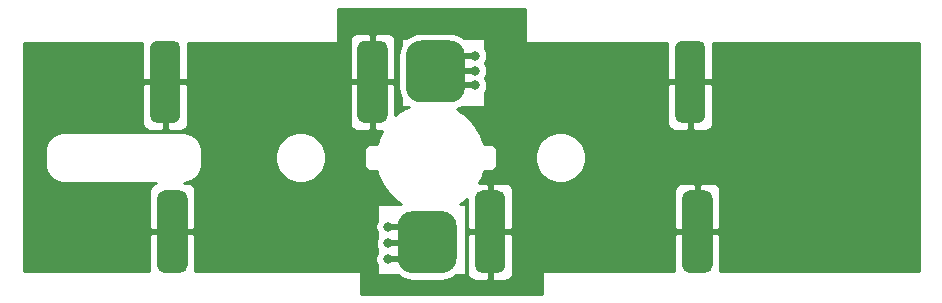
<source format=gtl>
%TF.GenerationSoftware,KiCad,Pcbnew,(5.1.9-0-10_14)*%
%TF.CreationDate,2022-02-18T16:19:17-06:00*%
%TF.ProjectId,OwlSat_Official_vent,4f776c53-6174-45f4-9f66-66696369616c,4*%
%TF.SameCoordinates,Original*%
%TF.FileFunction,Copper,L1,Top*%
%TF.FilePolarity,Positive*%
%FSLAX46Y46*%
G04 Gerber Fmt 4.6, Leading zero omitted, Abs format (unit mm)*
G04 Created by KiCad (PCBNEW (5.1.9-0-10_14)) date 2022-02-18 16:19:17*
%MOMM*%
%LPD*%
G01*
G04 APERTURE LIST*
%TA.AperFunction,ViaPad*%
%ADD10C,0.800000*%
%TD*%
%TA.AperFunction,Conductor*%
%ADD11C,0.500000*%
%TD*%
%TA.AperFunction,Conductor*%
%ADD12C,0.254000*%
%TD*%
%TA.AperFunction,Conductor*%
%ADD13C,0.100000*%
%TD*%
G04 APERTURE END LIST*
%TO.P,U1,4*%
%TO.N,Net-(U1-Pad1)*%
%TA.AperFunction,SMDPad,CuDef*%
G36*
G01*
X127450000Y-85660000D02*
X127450000Y-91360000D01*
G75*
G02*
X126800000Y-92010000I-650000J0D01*
G01*
X125500000Y-92010000D01*
G75*
G02*
X124850000Y-91360000I0J650000D01*
G01*
X124850000Y-85660000D01*
G75*
G02*
X125500000Y-85010000I650000J0D01*
G01*
X126800000Y-85010000D01*
G75*
G02*
X127450000Y-85660000I0J-650000D01*
G01*
G37*
%TD.AperFunction*%
%TO.P,U1,3*%
%TA.AperFunction,SMDPad,CuDef*%
G36*
G01*
X145000000Y-85660000D02*
X145000000Y-91360000D01*
G75*
G02*
X144350000Y-92010000I-650000J0D01*
G01*
X143050000Y-92010000D01*
G75*
G02*
X142400000Y-91360000I0J650000D01*
G01*
X142400000Y-85660000D01*
G75*
G02*
X143050000Y-85010000I650000J0D01*
G01*
X144350000Y-85010000D01*
G75*
G02*
X145000000Y-85660000I0J-650000D01*
G01*
G37*
%TD.AperFunction*%
%TO.P,U1,2*%
%TO.N,Net-(U1-Pad2)*%
%TA.AperFunction,SMDPad,CuDef*%
G36*
G01*
X151530000Y-86255000D02*
X151530000Y-89005000D01*
G75*
G02*
X150280000Y-90255000I-1250000J0D01*
G01*
X147780000Y-90255000D01*
G75*
G02*
X146530000Y-89005000I0J1250000D01*
G01*
X146530000Y-86255000D01*
G75*
G02*
X147780000Y-85005000I1250000J0D01*
G01*
X150280000Y-85005000D01*
G75*
G02*
X151530000Y-86255000I0J-1250000D01*
G01*
G37*
%TD.AperFunction*%
%TO.P,U1,1*%
%TO.N,Net-(U1-Pad1)*%
%TA.AperFunction,SMDPad,CuDef*%
G36*
G01*
X171900000Y-85660000D02*
X171900000Y-91360000D01*
G75*
G02*
X171250000Y-92010000I-650000J0D01*
G01*
X169950000Y-92010000D01*
G75*
G02*
X169300000Y-91360000I0J650000D01*
G01*
X169300000Y-85660000D01*
G75*
G02*
X169950000Y-85010000I650000J0D01*
G01*
X171250000Y-85010000D01*
G75*
G02*
X171900000Y-85660000I0J-650000D01*
G01*
G37*
%TD.AperFunction*%
%TD*%
%TO.P,U2,1*%
%TO.N,Net-(U1-Pad1)*%
%TA.AperFunction,SMDPad,CuDef*%
G36*
G01*
X125460000Y-104050000D02*
X125460000Y-98350000D01*
G75*
G02*
X126110000Y-97700000I650000J0D01*
G01*
X127410000Y-97700000D01*
G75*
G02*
X128060000Y-98350000I0J-650000D01*
G01*
X128060000Y-104050000D01*
G75*
G02*
X127410000Y-104700000I-650000J0D01*
G01*
X126110000Y-104700000D01*
G75*
G02*
X125460000Y-104050000I0J650000D01*
G01*
G37*
%TD.AperFunction*%
%TO.P,U2,2*%
%TO.N,Net-(U1-Pad2)*%
%TA.AperFunction,SMDPad,CuDef*%
G36*
G01*
X145830000Y-103455000D02*
X145830000Y-100705000D01*
G75*
G02*
X147080000Y-99455000I1250000J0D01*
G01*
X149580000Y-99455000D01*
G75*
G02*
X150830000Y-100705000I0J-1250000D01*
G01*
X150830000Y-103455000D01*
G75*
G02*
X149580000Y-104705000I-1250000J0D01*
G01*
X147080000Y-104705000D01*
G75*
G02*
X145830000Y-103455000I0J1250000D01*
G01*
G37*
%TD.AperFunction*%
%TO.P,U2,3*%
%TO.N,Net-(U1-Pad1)*%
%TA.AperFunction,SMDPad,CuDef*%
G36*
G01*
X152360000Y-104050000D02*
X152360000Y-98350000D01*
G75*
G02*
X153010000Y-97700000I650000J0D01*
G01*
X154310000Y-97700000D01*
G75*
G02*
X154960000Y-98350000I0J-650000D01*
G01*
X154960000Y-104050000D01*
G75*
G02*
X154310000Y-104700000I-650000J0D01*
G01*
X153010000Y-104700000D01*
G75*
G02*
X152360000Y-104050000I0J650000D01*
G01*
G37*
%TD.AperFunction*%
%TO.P,U2,4*%
%TA.AperFunction,SMDPad,CuDef*%
G36*
G01*
X169910000Y-104050000D02*
X169910000Y-98350000D01*
G75*
G02*
X170560000Y-97700000I650000J0D01*
G01*
X171860000Y-97700000D01*
G75*
G02*
X172510000Y-98350000I0J-650000D01*
G01*
X172510000Y-104050000D01*
G75*
G02*
X171860000Y-104700000I-650000J0D01*
G01*
X170560000Y-104700000D01*
G75*
G02*
X169910000Y-104050000I0J650000D01*
G01*
G37*
%TD.AperFunction*%
%TD*%
D10*
%TO.N,Net-(U1-Pad1)*%
X184010000Y-92980000D03*
X184020000Y-94230000D03*
%TO.N,Net-(U1-Pad2)*%
X152390000Y-88800000D03*
X152400000Y-87560000D03*
X152400000Y-86290000D03*
X144990000Y-100780000D03*
X145010000Y-102160000D03*
X144980000Y-103510000D03*
%TD*%
D11*
%TO.N,Net-(U1-Pad2)*%
X147030000Y-100780000D02*
X148330000Y-102080000D01*
X144990000Y-100780000D02*
X147030000Y-100780000D01*
X148250000Y-102160000D02*
X148330000Y-102080000D01*
X145010000Y-102160000D02*
X148250000Y-102160000D01*
X146900000Y-103510000D02*
X148330000Y-102080000D01*
X144980000Y-103510000D02*
X146900000Y-103510000D01*
X150370000Y-86290000D02*
X149030000Y-87630000D01*
X152400000Y-86290000D02*
X150370000Y-86290000D01*
X149100000Y-87560000D02*
X149030000Y-87630000D01*
X152400000Y-87560000D02*
X149100000Y-87560000D01*
X150200000Y-88800000D02*
X149030000Y-87630000D01*
X152390000Y-88800000D02*
X150200000Y-88800000D01*
%TD*%
D12*
%TO.N,Net-(U1-Pad1)*%
X189950001Y-104513000D02*
X173147893Y-104513000D01*
X173145000Y-101485750D01*
X172986250Y-101327000D01*
X171337000Y-101327000D01*
X171337000Y-101347000D01*
X171083000Y-101347000D01*
X171083000Y-101327000D01*
X169433750Y-101327000D01*
X169275000Y-101485750D01*
X169272107Y-104513000D01*
X155597893Y-104513000D01*
X155595000Y-101485750D01*
X155436250Y-101327000D01*
X153787000Y-101327000D01*
X153787000Y-101347000D01*
X153533000Y-101347000D01*
X153533000Y-101327000D01*
X151883750Y-101327000D01*
X151725000Y-101485750D01*
X151722107Y-104513000D01*
X151627000Y-104513000D01*
X151627000Y-99000000D01*
X151624560Y-98975224D01*
X151617333Y-98951399D01*
X151605597Y-98929443D01*
X151589803Y-98910197D01*
X151570557Y-98894403D01*
X151548601Y-98882667D01*
X151524776Y-98875440D01*
X151500000Y-98873000D01*
X151084429Y-98873000D01*
X151450338Y-98640115D01*
X151497414Y-98603236D01*
X151545028Y-98566997D01*
X151551738Y-98560680D01*
X151722595Y-98397549D01*
X151725000Y-100914250D01*
X151883750Y-101073000D01*
X153533000Y-101073000D01*
X153533000Y-97223750D01*
X153787000Y-97223750D01*
X153787000Y-101073000D01*
X155436250Y-101073000D01*
X155595000Y-100914250D01*
X155598072Y-97700000D01*
X169271928Y-97700000D01*
X169275000Y-100914250D01*
X169433750Y-101073000D01*
X171083000Y-101073000D01*
X171083000Y-97223750D01*
X171337000Y-97223750D01*
X171337000Y-101073000D01*
X172986250Y-101073000D01*
X173145000Y-100914250D01*
X173148072Y-97700000D01*
X173135812Y-97575518D01*
X173099502Y-97455820D01*
X173040537Y-97345506D01*
X172961185Y-97248815D01*
X172864494Y-97169463D01*
X172754180Y-97110498D01*
X172634482Y-97074188D01*
X172510000Y-97061928D01*
X171495750Y-97065000D01*
X171337000Y-97223750D01*
X171083000Y-97223750D01*
X170924250Y-97065000D01*
X169910000Y-97061928D01*
X169785518Y-97074188D01*
X169665820Y-97110498D01*
X169555506Y-97169463D01*
X169458815Y-97248815D01*
X169379463Y-97345506D01*
X169320498Y-97455820D01*
X169284188Y-97575518D01*
X169271928Y-97700000D01*
X155598072Y-97700000D01*
X155585812Y-97575518D01*
X155549502Y-97455820D01*
X155490537Y-97345506D01*
X155411185Y-97248815D01*
X155314494Y-97169463D01*
X155204180Y-97110498D01*
X155084482Y-97074188D01*
X154960000Y-97061928D01*
X153945750Y-97065000D01*
X153787000Y-97223750D01*
X153533000Y-97223750D01*
X153374250Y-97065000D01*
X152765773Y-97063157D01*
X153039993Y-96445073D01*
X153058797Y-96388296D01*
X153078399Y-96331771D01*
X153080491Y-96322796D01*
X153137577Y-96070000D01*
X153577581Y-96070000D01*
X153610000Y-96073193D01*
X153642419Y-96070000D01*
X153739383Y-96060450D01*
X153863793Y-96022710D01*
X153978450Y-95961425D01*
X154078948Y-95878948D01*
X154161425Y-95778450D01*
X154222710Y-95663793D01*
X154260450Y-95539383D01*
X154273193Y-95410000D01*
X154270000Y-95377581D01*
X154270000Y-94696323D01*
X157440497Y-94696323D01*
X157440497Y-95123677D01*
X157523870Y-95542821D01*
X157687412Y-95937645D01*
X157924837Y-96292977D01*
X158227023Y-96595163D01*
X158582355Y-96832588D01*
X158977179Y-96996130D01*
X159396323Y-97079503D01*
X159823677Y-97079503D01*
X160242821Y-96996130D01*
X160637645Y-96832588D01*
X160992977Y-96595163D01*
X161295163Y-96292977D01*
X161532588Y-95937645D01*
X161696130Y-95542821D01*
X161779503Y-95123677D01*
X161779503Y-94696323D01*
X161696130Y-94277179D01*
X161532588Y-93882355D01*
X161295163Y-93527023D01*
X160992977Y-93224837D01*
X160637645Y-92987412D01*
X160242821Y-92823870D01*
X159823677Y-92740497D01*
X159396323Y-92740497D01*
X158977179Y-92823870D01*
X158582355Y-92987412D01*
X158227023Y-93224837D01*
X157924837Y-93527023D01*
X157687412Y-93882355D01*
X157523870Y-94277179D01*
X157440497Y-94696323D01*
X154270000Y-94696323D01*
X154270000Y-94442419D01*
X154273193Y-94410000D01*
X154260450Y-94280617D01*
X154222710Y-94156207D01*
X154161425Y-94041550D01*
X154078948Y-93941052D01*
X153978450Y-93858575D01*
X153863793Y-93797290D01*
X153739383Y-93759550D01*
X153642419Y-93750000D01*
X153610000Y-93746807D01*
X153577581Y-93750000D01*
X153148282Y-93750000D01*
X153133971Y-93680282D01*
X153118431Y-93630081D01*
X153104706Y-93579334D01*
X153101383Y-93570738D01*
X152812519Y-92838686D01*
X152785230Y-92785438D01*
X152758701Y-92731839D01*
X152753772Y-92724053D01*
X152328219Y-92062051D01*
X152291129Y-92015144D01*
X152287178Y-92010000D01*
X168661928Y-92010000D01*
X168674188Y-92134482D01*
X168710498Y-92254180D01*
X168769463Y-92364494D01*
X168848815Y-92461185D01*
X168945506Y-92540537D01*
X169055820Y-92599502D01*
X169175518Y-92635812D01*
X169300000Y-92648072D01*
X170314250Y-92645000D01*
X170473000Y-92486250D01*
X170473000Y-88637000D01*
X170727000Y-88637000D01*
X170727000Y-92486250D01*
X170885750Y-92645000D01*
X171900000Y-92648072D01*
X172024482Y-92635812D01*
X172144180Y-92599502D01*
X172254494Y-92540537D01*
X172351185Y-92461185D01*
X172430537Y-92364494D01*
X172489502Y-92254180D01*
X172525812Y-92134482D01*
X172538072Y-92010000D01*
X172535000Y-88795750D01*
X172376250Y-88637000D01*
X170727000Y-88637000D01*
X170473000Y-88637000D01*
X168823750Y-88637000D01*
X168665000Y-88795750D01*
X168661928Y-92010000D01*
X152287178Y-92010000D01*
X152254674Y-91967693D01*
X152248327Y-91961012D01*
X151702296Y-91394274D01*
X151656769Y-91355438D01*
X151611822Y-91315997D01*
X151604298Y-91310677D01*
X150958586Y-90860791D01*
X150906413Y-90831553D01*
X150854632Y-90801578D01*
X150846217Y-90797820D01*
X150844800Y-90797199D01*
X151002534Y-90749351D01*
X151250145Y-90617000D01*
X153140000Y-90617000D01*
X153164776Y-90614560D01*
X153188601Y-90607333D01*
X153210557Y-90595597D01*
X153229803Y-90579803D01*
X153245597Y-90560557D01*
X153257333Y-90538601D01*
X153264560Y-90514776D01*
X153267000Y-90490000D01*
X153267000Y-89350427D01*
X153307205Y-89290256D01*
X153385226Y-89101898D01*
X153425000Y-88901939D01*
X153425000Y-88698061D01*
X153385226Y-88498102D01*
X153307205Y-88309744D01*
X153267000Y-88249573D01*
X153267000Y-88125393D01*
X153317205Y-88050256D01*
X153395226Y-87861898D01*
X153435000Y-87661939D01*
X153435000Y-87458061D01*
X153395226Y-87258102D01*
X153317205Y-87069744D01*
X153267000Y-86994607D01*
X153267000Y-86855393D01*
X153317205Y-86780256D01*
X153395226Y-86591898D01*
X153435000Y-86391939D01*
X153435000Y-86188061D01*
X153395226Y-85988102D01*
X153317205Y-85799744D01*
X153267000Y-85724607D01*
X153267000Y-85191877D01*
X168662100Y-85189865D01*
X168665000Y-88224250D01*
X168823750Y-88383000D01*
X170473000Y-88383000D01*
X170473000Y-88363000D01*
X170727000Y-88363000D01*
X170727000Y-88383000D01*
X172376250Y-88383000D01*
X172535000Y-88224250D01*
X172537901Y-85189358D01*
X189950000Y-85187083D01*
X189950001Y-104513000D01*
%TA.AperFunction,Conductor*%
D13*
G36*
X189950001Y-104513000D02*
G01*
X173147893Y-104513000D01*
X173145000Y-101485750D01*
X172986250Y-101327000D01*
X171337000Y-101327000D01*
X171337000Y-101347000D01*
X171083000Y-101347000D01*
X171083000Y-101327000D01*
X169433750Y-101327000D01*
X169275000Y-101485750D01*
X169272107Y-104513000D01*
X155597893Y-104513000D01*
X155595000Y-101485750D01*
X155436250Y-101327000D01*
X153787000Y-101327000D01*
X153787000Y-101347000D01*
X153533000Y-101347000D01*
X153533000Y-101327000D01*
X151883750Y-101327000D01*
X151725000Y-101485750D01*
X151722107Y-104513000D01*
X151627000Y-104513000D01*
X151627000Y-99000000D01*
X151624560Y-98975224D01*
X151617333Y-98951399D01*
X151605597Y-98929443D01*
X151589803Y-98910197D01*
X151570557Y-98894403D01*
X151548601Y-98882667D01*
X151524776Y-98875440D01*
X151500000Y-98873000D01*
X151084429Y-98873000D01*
X151450338Y-98640115D01*
X151497414Y-98603236D01*
X151545028Y-98566997D01*
X151551738Y-98560680D01*
X151722595Y-98397549D01*
X151725000Y-100914250D01*
X151883750Y-101073000D01*
X153533000Y-101073000D01*
X153533000Y-97223750D01*
X153787000Y-97223750D01*
X153787000Y-101073000D01*
X155436250Y-101073000D01*
X155595000Y-100914250D01*
X155598072Y-97700000D01*
X169271928Y-97700000D01*
X169275000Y-100914250D01*
X169433750Y-101073000D01*
X171083000Y-101073000D01*
X171083000Y-97223750D01*
X171337000Y-97223750D01*
X171337000Y-101073000D01*
X172986250Y-101073000D01*
X173145000Y-100914250D01*
X173148072Y-97700000D01*
X173135812Y-97575518D01*
X173099502Y-97455820D01*
X173040537Y-97345506D01*
X172961185Y-97248815D01*
X172864494Y-97169463D01*
X172754180Y-97110498D01*
X172634482Y-97074188D01*
X172510000Y-97061928D01*
X171495750Y-97065000D01*
X171337000Y-97223750D01*
X171083000Y-97223750D01*
X170924250Y-97065000D01*
X169910000Y-97061928D01*
X169785518Y-97074188D01*
X169665820Y-97110498D01*
X169555506Y-97169463D01*
X169458815Y-97248815D01*
X169379463Y-97345506D01*
X169320498Y-97455820D01*
X169284188Y-97575518D01*
X169271928Y-97700000D01*
X155598072Y-97700000D01*
X155585812Y-97575518D01*
X155549502Y-97455820D01*
X155490537Y-97345506D01*
X155411185Y-97248815D01*
X155314494Y-97169463D01*
X155204180Y-97110498D01*
X155084482Y-97074188D01*
X154960000Y-97061928D01*
X153945750Y-97065000D01*
X153787000Y-97223750D01*
X153533000Y-97223750D01*
X153374250Y-97065000D01*
X152765773Y-97063157D01*
X153039993Y-96445073D01*
X153058797Y-96388296D01*
X153078399Y-96331771D01*
X153080491Y-96322796D01*
X153137577Y-96070000D01*
X153577581Y-96070000D01*
X153610000Y-96073193D01*
X153642419Y-96070000D01*
X153739383Y-96060450D01*
X153863793Y-96022710D01*
X153978450Y-95961425D01*
X154078948Y-95878948D01*
X154161425Y-95778450D01*
X154222710Y-95663793D01*
X154260450Y-95539383D01*
X154273193Y-95410000D01*
X154270000Y-95377581D01*
X154270000Y-94696323D01*
X157440497Y-94696323D01*
X157440497Y-95123677D01*
X157523870Y-95542821D01*
X157687412Y-95937645D01*
X157924837Y-96292977D01*
X158227023Y-96595163D01*
X158582355Y-96832588D01*
X158977179Y-96996130D01*
X159396323Y-97079503D01*
X159823677Y-97079503D01*
X160242821Y-96996130D01*
X160637645Y-96832588D01*
X160992977Y-96595163D01*
X161295163Y-96292977D01*
X161532588Y-95937645D01*
X161696130Y-95542821D01*
X161779503Y-95123677D01*
X161779503Y-94696323D01*
X161696130Y-94277179D01*
X161532588Y-93882355D01*
X161295163Y-93527023D01*
X160992977Y-93224837D01*
X160637645Y-92987412D01*
X160242821Y-92823870D01*
X159823677Y-92740497D01*
X159396323Y-92740497D01*
X158977179Y-92823870D01*
X158582355Y-92987412D01*
X158227023Y-93224837D01*
X157924837Y-93527023D01*
X157687412Y-93882355D01*
X157523870Y-94277179D01*
X157440497Y-94696323D01*
X154270000Y-94696323D01*
X154270000Y-94442419D01*
X154273193Y-94410000D01*
X154260450Y-94280617D01*
X154222710Y-94156207D01*
X154161425Y-94041550D01*
X154078948Y-93941052D01*
X153978450Y-93858575D01*
X153863793Y-93797290D01*
X153739383Y-93759550D01*
X153642419Y-93750000D01*
X153610000Y-93746807D01*
X153577581Y-93750000D01*
X153148282Y-93750000D01*
X153133971Y-93680282D01*
X153118431Y-93630081D01*
X153104706Y-93579334D01*
X153101383Y-93570738D01*
X152812519Y-92838686D01*
X152785230Y-92785438D01*
X152758701Y-92731839D01*
X152753772Y-92724053D01*
X152328219Y-92062051D01*
X152291129Y-92015144D01*
X152287178Y-92010000D01*
X168661928Y-92010000D01*
X168674188Y-92134482D01*
X168710498Y-92254180D01*
X168769463Y-92364494D01*
X168848815Y-92461185D01*
X168945506Y-92540537D01*
X169055820Y-92599502D01*
X169175518Y-92635812D01*
X169300000Y-92648072D01*
X170314250Y-92645000D01*
X170473000Y-92486250D01*
X170473000Y-88637000D01*
X170727000Y-88637000D01*
X170727000Y-92486250D01*
X170885750Y-92645000D01*
X171900000Y-92648072D01*
X172024482Y-92635812D01*
X172144180Y-92599502D01*
X172254494Y-92540537D01*
X172351185Y-92461185D01*
X172430537Y-92364494D01*
X172489502Y-92254180D01*
X172525812Y-92134482D01*
X172538072Y-92010000D01*
X172535000Y-88795750D01*
X172376250Y-88637000D01*
X170727000Y-88637000D01*
X170473000Y-88637000D01*
X168823750Y-88637000D01*
X168665000Y-88795750D01*
X168661928Y-92010000D01*
X152287178Y-92010000D01*
X152254674Y-91967693D01*
X152248327Y-91961012D01*
X151702296Y-91394274D01*
X151656769Y-91355438D01*
X151611822Y-91315997D01*
X151604298Y-91310677D01*
X150958586Y-90860791D01*
X150906413Y-90831553D01*
X150854632Y-90801578D01*
X150846217Y-90797820D01*
X150844800Y-90797199D01*
X151002534Y-90749351D01*
X151250145Y-90617000D01*
X153140000Y-90617000D01*
X153164776Y-90614560D01*
X153188601Y-90607333D01*
X153210557Y-90595597D01*
X153229803Y-90579803D01*
X153245597Y-90560557D01*
X153257333Y-90538601D01*
X153264560Y-90514776D01*
X153267000Y-90490000D01*
X153267000Y-89350427D01*
X153307205Y-89290256D01*
X153385226Y-89101898D01*
X153425000Y-88901939D01*
X153425000Y-88698061D01*
X153385226Y-88498102D01*
X153307205Y-88309744D01*
X153267000Y-88249573D01*
X153267000Y-88125393D01*
X153317205Y-88050256D01*
X153395226Y-87861898D01*
X153435000Y-87661939D01*
X153435000Y-87458061D01*
X153395226Y-87258102D01*
X153317205Y-87069744D01*
X153267000Y-86994607D01*
X153267000Y-86855393D01*
X153317205Y-86780256D01*
X153395226Y-86591898D01*
X153435000Y-86391939D01*
X153435000Y-86188061D01*
X153395226Y-85988102D01*
X153317205Y-85799744D01*
X153267000Y-85724607D01*
X153267000Y-85191877D01*
X168662100Y-85189865D01*
X168665000Y-88224250D01*
X168823750Y-88383000D01*
X170473000Y-88383000D01*
X170473000Y-88363000D01*
X170727000Y-88363000D01*
X170727000Y-88383000D01*
X172376250Y-88383000D01*
X172535000Y-88224250D01*
X172537901Y-85189358D01*
X189950000Y-85187083D01*
X189950001Y-104513000D01*
G37*
%TD.AperFunction*%
D12*
X146083000Y-85443879D02*
X146035649Y-85532466D01*
X145928207Y-85886655D01*
X145891928Y-86255000D01*
X145891928Y-89005000D01*
X145928207Y-89373345D01*
X146035649Y-89727534D01*
X146083000Y-89816121D01*
X146083000Y-90490000D01*
X146085440Y-90514776D01*
X146092667Y-90538601D01*
X146104403Y-90560557D01*
X146120197Y-90579803D01*
X146139443Y-90595597D01*
X146161399Y-90607333D01*
X146185224Y-90614560D01*
X146210000Y-90617000D01*
X146780697Y-90617000D01*
X146558076Y-90703054D01*
X146504675Y-90729951D01*
X146450857Y-90756123D01*
X146443036Y-90760998D01*
X145778079Y-91181918D01*
X145730892Y-91218697D01*
X145683209Y-91254804D01*
X145676484Y-91261105D01*
X145637392Y-91298246D01*
X145635000Y-88795750D01*
X145476250Y-88637000D01*
X143827000Y-88637000D01*
X143827000Y-92486250D01*
X143985750Y-92645000D01*
X144507402Y-92646580D01*
X144507349Y-92646670D01*
X144503533Y-92655058D01*
X144182610Y-93373634D01*
X144163665Y-93430368D01*
X144143925Y-93486842D01*
X144141810Y-93495812D01*
X144083752Y-93750000D01*
X143642428Y-93750001D01*
X143610000Y-93746807D01*
X143480617Y-93759550D01*
X143356207Y-93797290D01*
X143241550Y-93858575D01*
X143141052Y-93941052D01*
X143058575Y-94041551D01*
X142997290Y-94156208D01*
X142959550Y-94280618D01*
X142950000Y-94377582D01*
X142950000Y-94377588D01*
X142946808Y-94410000D01*
X142950000Y-94442410D01*
X142950001Y-95377571D01*
X142946807Y-95410000D01*
X142959550Y-95539383D01*
X142997290Y-95663793D01*
X143058575Y-95778450D01*
X143141052Y-95878948D01*
X143241550Y-95961425D01*
X143356207Y-96022710D01*
X143480617Y-96060450D01*
X143577581Y-96070000D01*
X143610000Y-96073193D01*
X143642419Y-96070000D01*
X144071717Y-96070000D01*
X144089968Y-96158910D01*
X144105750Y-96209891D01*
X144119810Y-96261377D01*
X144123154Y-96269964D01*
X144413729Y-97001075D01*
X144441126Y-97054213D01*
X144467809Y-97107789D01*
X144472757Y-97115563D01*
X144899804Y-97776310D01*
X144937019Y-97823138D01*
X144973583Y-97870489D01*
X144979947Y-97877154D01*
X145527201Y-98442370D01*
X145572822Y-98481093D01*
X145617866Y-98520423D01*
X145625403Y-98525725D01*
X146126464Y-98873000D01*
X144190000Y-98873000D01*
X144165224Y-98875440D01*
X144141399Y-98882667D01*
X144119443Y-98894403D01*
X144100197Y-98910197D01*
X144084403Y-98929443D01*
X144072667Y-98951399D01*
X144065440Y-98975224D01*
X144063000Y-99000000D01*
X144063000Y-100313391D01*
X143994774Y-100478102D01*
X143955000Y-100678061D01*
X143955000Y-100881939D01*
X143994774Y-101081898D01*
X144063000Y-101246609D01*
X144063000Y-101741675D01*
X144014774Y-101858102D01*
X143975000Y-102058061D01*
X143975000Y-102261939D01*
X144014774Y-102461898D01*
X144063000Y-102578325D01*
X144063000Y-103019437D01*
X144062795Y-103019744D01*
X143984774Y-103208102D01*
X143945000Y-103408061D01*
X143945000Y-103611939D01*
X143984774Y-103811898D01*
X144062795Y-104000256D01*
X144063000Y-104000563D01*
X144063000Y-104513000D01*
X128697893Y-104513000D01*
X128695000Y-101485750D01*
X128536250Y-101327000D01*
X126887000Y-101327000D01*
X126887000Y-101347000D01*
X126633000Y-101347000D01*
X126633000Y-101327000D01*
X124983750Y-101327000D01*
X124825000Y-101485750D01*
X124822107Y-104513000D01*
X114197000Y-104513000D01*
X114197000Y-95442418D01*
X115950000Y-95442418D01*
X115952783Y-95470673D01*
X115952740Y-95476801D01*
X115953640Y-95485972D01*
X115974041Y-95680069D01*
X115986068Y-95738658D01*
X115997277Y-95797423D01*
X115999941Y-95806245D01*
X116057653Y-95992683D01*
X116080838Y-96047838D01*
X116103242Y-96103291D01*
X116107568Y-96111427D01*
X116200393Y-96283104D01*
X116233846Y-96332699D01*
X116266600Y-96382753D01*
X116272424Y-96389894D01*
X116396828Y-96540272D01*
X116439263Y-96582411D01*
X116481126Y-96625161D01*
X116488227Y-96631034D01*
X116639469Y-96754384D01*
X116689277Y-96787477D01*
X116738651Y-96821284D01*
X116746757Y-96825667D01*
X116919080Y-96917292D01*
X116974392Y-96940090D01*
X117029366Y-96963652D01*
X117038169Y-96966377D01*
X117225006Y-97022786D01*
X117283686Y-97034405D01*
X117342196Y-97046842D01*
X117351361Y-97047805D01*
X117545594Y-97066850D01*
X117545598Y-97066850D01*
X117577581Y-97070000D01*
X125378041Y-97070000D01*
X125335518Y-97074188D01*
X125215820Y-97110498D01*
X125105506Y-97169463D01*
X125008815Y-97248815D01*
X124929463Y-97345506D01*
X124870498Y-97455820D01*
X124834188Y-97575518D01*
X124821928Y-97700000D01*
X124825000Y-100914250D01*
X124983750Y-101073000D01*
X126633000Y-101073000D01*
X126633000Y-101053000D01*
X126887000Y-101053000D01*
X126887000Y-101073000D01*
X128536250Y-101073000D01*
X128695000Y-100914250D01*
X128698072Y-97700000D01*
X128685812Y-97575518D01*
X128649502Y-97455820D01*
X128590537Y-97345506D01*
X128511185Y-97248815D01*
X128414494Y-97169463D01*
X128304180Y-97110498D01*
X128184482Y-97074188D01*
X128060000Y-97061928D01*
X127718292Y-97062963D01*
X127880069Y-97045959D01*
X127938658Y-97033932D01*
X127997423Y-97022723D01*
X128006245Y-97020059D01*
X128192683Y-96962347D01*
X128247838Y-96939162D01*
X128303291Y-96916758D01*
X128311427Y-96912432D01*
X128483104Y-96819607D01*
X128532699Y-96786154D01*
X128582753Y-96753400D01*
X128589894Y-96747576D01*
X128740272Y-96623172D01*
X128782411Y-96580737D01*
X128825161Y-96538874D01*
X128831034Y-96531773D01*
X128954384Y-96380531D01*
X128987477Y-96330723D01*
X129021284Y-96281349D01*
X129025667Y-96273243D01*
X129117292Y-96100920D01*
X129140090Y-96045608D01*
X129163652Y-95990634D01*
X129166377Y-95981831D01*
X129222786Y-95794994D01*
X129234405Y-95736314D01*
X129246842Y-95677804D01*
X129247805Y-95668639D01*
X129266850Y-95474406D01*
X129266850Y-95474402D01*
X129270000Y-95442419D01*
X129270000Y-94696323D01*
X135440497Y-94696323D01*
X135440497Y-95123677D01*
X135523870Y-95542821D01*
X135687412Y-95937645D01*
X135924837Y-96292977D01*
X136227023Y-96595163D01*
X136582355Y-96832588D01*
X136977179Y-96996130D01*
X137396323Y-97079503D01*
X137823677Y-97079503D01*
X138242821Y-96996130D01*
X138637645Y-96832588D01*
X138992977Y-96595163D01*
X139295163Y-96292977D01*
X139532588Y-95937645D01*
X139696130Y-95542821D01*
X139779503Y-95123677D01*
X139779503Y-94696323D01*
X139696130Y-94277179D01*
X139532588Y-93882355D01*
X139295163Y-93527023D01*
X138992977Y-93224837D01*
X138637645Y-92987412D01*
X138242821Y-92823870D01*
X137823677Y-92740497D01*
X137396323Y-92740497D01*
X136977179Y-92823870D01*
X136582355Y-92987412D01*
X136227023Y-93224837D01*
X135924837Y-93527023D01*
X135687412Y-93882355D01*
X135523870Y-94277179D01*
X135440497Y-94696323D01*
X129270000Y-94696323D01*
X129270000Y-94377581D01*
X129267217Y-94349326D01*
X129267260Y-94343199D01*
X129266360Y-94334028D01*
X129245959Y-94139931D01*
X129233934Y-94081348D01*
X129222723Y-94022577D01*
X129220059Y-94013755D01*
X129162347Y-93827317D01*
X129139162Y-93772162D01*
X129116758Y-93716709D01*
X129112432Y-93708573D01*
X129019607Y-93536896D01*
X128986139Y-93487278D01*
X128953400Y-93437247D01*
X128947576Y-93430106D01*
X128823172Y-93279728D01*
X128780737Y-93237589D01*
X128738874Y-93194839D01*
X128731773Y-93188966D01*
X128580531Y-93065616D01*
X128530738Y-93032534D01*
X128481349Y-92998716D01*
X128473243Y-92994333D01*
X128300921Y-92902708D01*
X128245606Y-92879909D01*
X128190634Y-92856348D01*
X128181831Y-92853623D01*
X127994995Y-92797214D01*
X127936307Y-92785594D01*
X127877804Y-92773158D01*
X127868639Y-92772195D01*
X127674405Y-92753150D01*
X127674402Y-92753150D01*
X127642419Y-92750000D01*
X117577581Y-92750000D01*
X117549326Y-92752783D01*
X117543199Y-92752740D01*
X117534028Y-92753640D01*
X117339931Y-92774041D01*
X117281348Y-92786066D01*
X117222577Y-92797277D01*
X117213755Y-92799941D01*
X117027317Y-92857653D01*
X116972162Y-92880838D01*
X116916709Y-92903242D01*
X116908573Y-92907568D01*
X116736896Y-93000393D01*
X116687278Y-93033861D01*
X116637247Y-93066600D01*
X116630106Y-93072424D01*
X116479728Y-93196828D01*
X116437589Y-93239263D01*
X116394839Y-93281126D01*
X116388966Y-93288227D01*
X116265616Y-93439469D01*
X116232534Y-93489262D01*
X116198716Y-93538651D01*
X116194333Y-93546757D01*
X116102708Y-93719079D01*
X116079909Y-93774394D01*
X116056348Y-93829366D01*
X116053623Y-93838169D01*
X115997214Y-94025005D01*
X115985594Y-94083693D01*
X115973158Y-94142196D01*
X115972195Y-94151361D01*
X115953150Y-94345595D01*
X115953150Y-94345608D01*
X115950001Y-94377581D01*
X115950000Y-95442418D01*
X114197000Y-95442418D01*
X114197000Y-92010000D01*
X124211928Y-92010000D01*
X124224188Y-92134482D01*
X124260498Y-92254180D01*
X124319463Y-92364494D01*
X124398815Y-92461185D01*
X124495506Y-92540537D01*
X124605820Y-92599502D01*
X124725518Y-92635812D01*
X124850000Y-92648072D01*
X125864250Y-92645000D01*
X126023000Y-92486250D01*
X126023000Y-88637000D01*
X126277000Y-88637000D01*
X126277000Y-92486250D01*
X126435750Y-92645000D01*
X127450000Y-92648072D01*
X127574482Y-92635812D01*
X127694180Y-92599502D01*
X127804494Y-92540537D01*
X127901185Y-92461185D01*
X127980537Y-92364494D01*
X128039502Y-92254180D01*
X128075812Y-92134482D01*
X128088072Y-92010000D01*
X141761928Y-92010000D01*
X141774188Y-92134482D01*
X141810498Y-92254180D01*
X141869463Y-92364494D01*
X141948815Y-92461185D01*
X142045506Y-92540537D01*
X142155820Y-92599502D01*
X142275518Y-92635812D01*
X142400000Y-92648072D01*
X143414250Y-92645000D01*
X143573000Y-92486250D01*
X143573000Y-88637000D01*
X141923750Y-88637000D01*
X141765000Y-88795750D01*
X141761928Y-92010000D01*
X128088072Y-92010000D01*
X128085000Y-88795750D01*
X127926250Y-88637000D01*
X126277000Y-88637000D01*
X126023000Y-88637000D01*
X124373750Y-88637000D01*
X124215000Y-88795750D01*
X124211928Y-92010000D01*
X114197000Y-92010000D01*
X114197000Y-85196983D01*
X124212105Y-85195674D01*
X124215000Y-88224250D01*
X124373750Y-88383000D01*
X126023000Y-88383000D01*
X126023000Y-88363000D01*
X126277000Y-88363000D01*
X126277000Y-88383000D01*
X127926250Y-88383000D01*
X128085000Y-88224250D01*
X128087895Y-85195168D01*
X141762103Y-85193380D01*
X141765000Y-88224250D01*
X141923750Y-88383000D01*
X143573000Y-88383000D01*
X143573000Y-88363000D01*
X143827000Y-88363000D01*
X143827000Y-88383000D01*
X145476250Y-88383000D01*
X145635000Y-88224250D01*
X145637897Y-85192874D01*
X146083000Y-85192816D01*
X146083000Y-85443879D01*
%TA.AperFunction,Conductor*%
D13*
G36*
X146083000Y-85443879D02*
G01*
X146035649Y-85532466D01*
X145928207Y-85886655D01*
X145891928Y-86255000D01*
X145891928Y-89005000D01*
X145928207Y-89373345D01*
X146035649Y-89727534D01*
X146083000Y-89816121D01*
X146083000Y-90490000D01*
X146085440Y-90514776D01*
X146092667Y-90538601D01*
X146104403Y-90560557D01*
X146120197Y-90579803D01*
X146139443Y-90595597D01*
X146161399Y-90607333D01*
X146185224Y-90614560D01*
X146210000Y-90617000D01*
X146780697Y-90617000D01*
X146558076Y-90703054D01*
X146504675Y-90729951D01*
X146450857Y-90756123D01*
X146443036Y-90760998D01*
X145778079Y-91181918D01*
X145730892Y-91218697D01*
X145683209Y-91254804D01*
X145676484Y-91261105D01*
X145637392Y-91298246D01*
X145635000Y-88795750D01*
X145476250Y-88637000D01*
X143827000Y-88637000D01*
X143827000Y-92486250D01*
X143985750Y-92645000D01*
X144507402Y-92646580D01*
X144507349Y-92646670D01*
X144503533Y-92655058D01*
X144182610Y-93373634D01*
X144163665Y-93430368D01*
X144143925Y-93486842D01*
X144141810Y-93495812D01*
X144083752Y-93750000D01*
X143642428Y-93750001D01*
X143610000Y-93746807D01*
X143480617Y-93759550D01*
X143356207Y-93797290D01*
X143241550Y-93858575D01*
X143141052Y-93941052D01*
X143058575Y-94041551D01*
X142997290Y-94156208D01*
X142959550Y-94280618D01*
X142950000Y-94377582D01*
X142950000Y-94377588D01*
X142946808Y-94410000D01*
X142950000Y-94442410D01*
X142950001Y-95377571D01*
X142946807Y-95410000D01*
X142959550Y-95539383D01*
X142997290Y-95663793D01*
X143058575Y-95778450D01*
X143141052Y-95878948D01*
X143241550Y-95961425D01*
X143356207Y-96022710D01*
X143480617Y-96060450D01*
X143577581Y-96070000D01*
X143610000Y-96073193D01*
X143642419Y-96070000D01*
X144071717Y-96070000D01*
X144089968Y-96158910D01*
X144105750Y-96209891D01*
X144119810Y-96261377D01*
X144123154Y-96269964D01*
X144413729Y-97001075D01*
X144441126Y-97054213D01*
X144467809Y-97107789D01*
X144472757Y-97115563D01*
X144899804Y-97776310D01*
X144937019Y-97823138D01*
X144973583Y-97870489D01*
X144979947Y-97877154D01*
X145527201Y-98442370D01*
X145572822Y-98481093D01*
X145617866Y-98520423D01*
X145625403Y-98525725D01*
X146126464Y-98873000D01*
X144190000Y-98873000D01*
X144165224Y-98875440D01*
X144141399Y-98882667D01*
X144119443Y-98894403D01*
X144100197Y-98910197D01*
X144084403Y-98929443D01*
X144072667Y-98951399D01*
X144065440Y-98975224D01*
X144063000Y-99000000D01*
X144063000Y-100313391D01*
X143994774Y-100478102D01*
X143955000Y-100678061D01*
X143955000Y-100881939D01*
X143994774Y-101081898D01*
X144063000Y-101246609D01*
X144063000Y-101741675D01*
X144014774Y-101858102D01*
X143975000Y-102058061D01*
X143975000Y-102261939D01*
X144014774Y-102461898D01*
X144063000Y-102578325D01*
X144063000Y-103019437D01*
X144062795Y-103019744D01*
X143984774Y-103208102D01*
X143945000Y-103408061D01*
X143945000Y-103611939D01*
X143984774Y-103811898D01*
X144062795Y-104000256D01*
X144063000Y-104000563D01*
X144063000Y-104513000D01*
X128697893Y-104513000D01*
X128695000Y-101485750D01*
X128536250Y-101327000D01*
X126887000Y-101327000D01*
X126887000Y-101347000D01*
X126633000Y-101347000D01*
X126633000Y-101327000D01*
X124983750Y-101327000D01*
X124825000Y-101485750D01*
X124822107Y-104513000D01*
X114197000Y-104513000D01*
X114197000Y-95442418D01*
X115950000Y-95442418D01*
X115952783Y-95470673D01*
X115952740Y-95476801D01*
X115953640Y-95485972D01*
X115974041Y-95680069D01*
X115986068Y-95738658D01*
X115997277Y-95797423D01*
X115999941Y-95806245D01*
X116057653Y-95992683D01*
X116080838Y-96047838D01*
X116103242Y-96103291D01*
X116107568Y-96111427D01*
X116200393Y-96283104D01*
X116233846Y-96332699D01*
X116266600Y-96382753D01*
X116272424Y-96389894D01*
X116396828Y-96540272D01*
X116439263Y-96582411D01*
X116481126Y-96625161D01*
X116488227Y-96631034D01*
X116639469Y-96754384D01*
X116689277Y-96787477D01*
X116738651Y-96821284D01*
X116746757Y-96825667D01*
X116919080Y-96917292D01*
X116974392Y-96940090D01*
X117029366Y-96963652D01*
X117038169Y-96966377D01*
X117225006Y-97022786D01*
X117283686Y-97034405D01*
X117342196Y-97046842D01*
X117351361Y-97047805D01*
X117545594Y-97066850D01*
X117545598Y-97066850D01*
X117577581Y-97070000D01*
X125378041Y-97070000D01*
X125335518Y-97074188D01*
X125215820Y-97110498D01*
X125105506Y-97169463D01*
X125008815Y-97248815D01*
X124929463Y-97345506D01*
X124870498Y-97455820D01*
X124834188Y-97575518D01*
X124821928Y-97700000D01*
X124825000Y-100914250D01*
X124983750Y-101073000D01*
X126633000Y-101073000D01*
X126633000Y-101053000D01*
X126887000Y-101053000D01*
X126887000Y-101073000D01*
X128536250Y-101073000D01*
X128695000Y-100914250D01*
X128698072Y-97700000D01*
X128685812Y-97575518D01*
X128649502Y-97455820D01*
X128590537Y-97345506D01*
X128511185Y-97248815D01*
X128414494Y-97169463D01*
X128304180Y-97110498D01*
X128184482Y-97074188D01*
X128060000Y-97061928D01*
X127718292Y-97062963D01*
X127880069Y-97045959D01*
X127938658Y-97033932D01*
X127997423Y-97022723D01*
X128006245Y-97020059D01*
X128192683Y-96962347D01*
X128247838Y-96939162D01*
X128303291Y-96916758D01*
X128311427Y-96912432D01*
X128483104Y-96819607D01*
X128532699Y-96786154D01*
X128582753Y-96753400D01*
X128589894Y-96747576D01*
X128740272Y-96623172D01*
X128782411Y-96580737D01*
X128825161Y-96538874D01*
X128831034Y-96531773D01*
X128954384Y-96380531D01*
X128987477Y-96330723D01*
X129021284Y-96281349D01*
X129025667Y-96273243D01*
X129117292Y-96100920D01*
X129140090Y-96045608D01*
X129163652Y-95990634D01*
X129166377Y-95981831D01*
X129222786Y-95794994D01*
X129234405Y-95736314D01*
X129246842Y-95677804D01*
X129247805Y-95668639D01*
X129266850Y-95474406D01*
X129266850Y-95474402D01*
X129270000Y-95442419D01*
X129270000Y-94696323D01*
X135440497Y-94696323D01*
X135440497Y-95123677D01*
X135523870Y-95542821D01*
X135687412Y-95937645D01*
X135924837Y-96292977D01*
X136227023Y-96595163D01*
X136582355Y-96832588D01*
X136977179Y-96996130D01*
X137396323Y-97079503D01*
X137823677Y-97079503D01*
X138242821Y-96996130D01*
X138637645Y-96832588D01*
X138992977Y-96595163D01*
X139295163Y-96292977D01*
X139532588Y-95937645D01*
X139696130Y-95542821D01*
X139779503Y-95123677D01*
X139779503Y-94696323D01*
X139696130Y-94277179D01*
X139532588Y-93882355D01*
X139295163Y-93527023D01*
X138992977Y-93224837D01*
X138637645Y-92987412D01*
X138242821Y-92823870D01*
X137823677Y-92740497D01*
X137396323Y-92740497D01*
X136977179Y-92823870D01*
X136582355Y-92987412D01*
X136227023Y-93224837D01*
X135924837Y-93527023D01*
X135687412Y-93882355D01*
X135523870Y-94277179D01*
X135440497Y-94696323D01*
X129270000Y-94696323D01*
X129270000Y-94377581D01*
X129267217Y-94349326D01*
X129267260Y-94343199D01*
X129266360Y-94334028D01*
X129245959Y-94139931D01*
X129233934Y-94081348D01*
X129222723Y-94022577D01*
X129220059Y-94013755D01*
X129162347Y-93827317D01*
X129139162Y-93772162D01*
X129116758Y-93716709D01*
X129112432Y-93708573D01*
X129019607Y-93536896D01*
X128986139Y-93487278D01*
X128953400Y-93437247D01*
X128947576Y-93430106D01*
X128823172Y-93279728D01*
X128780737Y-93237589D01*
X128738874Y-93194839D01*
X128731773Y-93188966D01*
X128580531Y-93065616D01*
X128530738Y-93032534D01*
X128481349Y-92998716D01*
X128473243Y-92994333D01*
X128300921Y-92902708D01*
X128245606Y-92879909D01*
X128190634Y-92856348D01*
X128181831Y-92853623D01*
X127994995Y-92797214D01*
X127936307Y-92785594D01*
X127877804Y-92773158D01*
X127868639Y-92772195D01*
X127674405Y-92753150D01*
X127674402Y-92753150D01*
X127642419Y-92750000D01*
X117577581Y-92750000D01*
X117549326Y-92752783D01*
X117543199Y-92752740D01*
X117534028Y-92753640D01*
X117339931Y-92774041D01*
X117281348Y-92786066D01*
X117222577Y-92797277D01*
X117213755Y-92799941D01*
X117027317Y-92857653D01*
X116972162Y-92880838D01*
X116916709Y-92903242D01*
X116908573Y-92907568D01*
X116736896Y-93000393D01*
X116687278Y-93033861D01*
X116637247Y-93066600D01*
X116630106Y-93072424D01*
X116479728Y-93196828D01*
X116437589Y-93239263D01*
X116394839Y-93281126D01*
X116388966Y-93288227D01*
X116265616Y-93439469D01*
X116232534Y-93489262D01*
X116198716Y-93538651D01*
X116194333Y-93546757D01*
X116102708Y-93719079D01*
X116079909Y-93774394D01*
X116056348Y-93829366D01*
X116053623Y-93838169D01*
X115997214Y-94025005D01*
X115985594Y-94083693D01*
X115973158Y-94142196D01*
X115972195Y-94151361D01*
X115953150Y-94345595D01*
X115953150Y-94345608D01*
X115950001Y-94377581D01*
X115950000Y-95442418D01*
X114197000Y-95442418D01*
X114197000Y-92010000D01*
X124211928Y-92010000D01*
X124224188Y-92134482D01*
X124260498Y-92254180D01*
X124319463Y-92364494D01*
X124398815Y-92461185D01*
X124495506Y-92540537D01*
X124605820Y-92599502D01*
X124725518Y-92635812D01*
X124850000Y-92648072D01*
X125864250Y-92645000D01*
X126023000Y-92486250D01*
X126023000Y-88637000D01*
X126277000Y-88637000D01*
X126277000Y-92486250D01*
X126435750Y-92645000D01*
X127450000Y-92648072D01*
X127574482Y-92635812D01*
X127694180Y-92599502D01*
X127804494Y-92540537D01*
X127901185Y-92461185D01*
X127980537Y-92364494D01*
X128039502Y-92254180D01*
X128075812Y-92134482D01*
X128088072Y-92010000D01*
X141761928Y-92010000D01*
X141774188Y-92134482D01*
X141810498Y-92254180D01*
X141869463Y-92364494D01*
X141948815Y-92461185D01*
X142045506Y-92540537D01*
X142155820Y-92599502D01*
X142275518Y-92635812D01*
X142400000Y-92648072D01*
X143414250Y-92645000D01*
X143573000Y-92486250D01*
X143573000Y-88637000D01*
X141923750Y-88637000D01*
X141765000Y-88795750D01*
X141761928Y-92010000D01*
X128088072Y-92010000D01*
X128085000Y-88795750D01*
X127926250Y-88637000D01*
X126277000Y-88637000D01*
X126023000Y-88637000D01*
X124373750Y-88637000D01*
X124215000Y-88795750D01*
X124211928Y-92010000D01*
X114197000Y-92010000D01*
X114197000Y-85196983D01*
X124212105Y-85195674D01*
X124215000Y-88224250D01*
X124373750Y-88383000D01*
X126023000Y-88383000D01*
X126023000Y-88363000D01*
X126277000Y-88363000D01*
X126277000Y-88383000D01*
X127926250Y-88383000D01*
X128085000Y-88224250D01*
X128087895Y-85195168D01*
X141762103Y-85193380D01*
X141765000Y-88224250D01*
X141923750Y-88383000D01*
X143573000Y-88383000D01*
X143573000Y-88363000D01*
X143827000Y-88363000D01*
X143827000Y-88383000D01*
X145476250Y-88383000D01*
X145635000Y-88224250D01*
X145637897Y-85192874D01*
X146083000Y-85192816D01*
X146083000Y-85443879D01*
G37*
%TD.AperFunction*%
%TD*%
D12*
%TO.N,Net-(U1-Pad1)*%
X156603000Y-85173079D02*
X153267000Y-85175150D01*
X153267000Y-84940000D01*
X153264560Y-84915224D01*
X153257333Y-84891399D01*
X153245597Y-84869443D01*
X153229803Y-84850197D01*
X153210557Y-84834403D01*
X153188601Y-84822667D01*
X153164776Y-84815440D01*
X153140000Y-84813000D01*
X151484773Y-84813000D01*
X151328957Y-84685126D01*
X151002534Y-84510649D01*
X150648345Y-84403207D01*
X150280000Y-84366928D01*
X147780000Y-84366928D01*
X147411655Y-84403207D01*
X147057466Y-84510649D01*
X146731043Y-84685126D01*
X146575227Y-84813000D01*
X146210000Y-84813000D01*
X146185224Y-84815440D01*
X146161399Y-84822667D01*
X146139443Y-84834403D01*
X146120197Y-84850197D01*
X146104403Y-84869443D01*
X146092667Y-84891399D01*
X146085440Y-84915224D01*
X146083000Y-84940000D01*
X146083000Y-85179609D01*
X145637910Y-85179885D01*
X145638072Y-85010000D01*
X145625812Y-84885518D01*
X145589502Y-84765820D01*
X145530537Y-84655506D01*
X145451185Y-84558815D01*
X145354494Y-84479463D01*
X145244180Y-84420498D01*
X145124482Y-84384188D01*
X145000000Y-84371928D01*
X143985750Y-84375000D01*
X143827000Y-84533750D01*
X143827000Y-85181009D01*
X143573000Y-85181167D01*
X143573000Y-84533750D01*
X143414250Y-84375000D01*
X142400000Y-84371928D01*
X142275518Y-84384188D01*
X142155820Y-84420498D01*
X142045506Y-84479463D01*
X141948815Y-84558815D01*
X141869463Y-84655506D01*
X141810498Y-84765820D01*
X141774188Y-84885518D01*
X141761928Y-85010000D01*
X141762093Y-85182291D01*
X140747409Y-85182921D01*
X140756592Y-82327000D01*
X156603000Y-82327000D01*
X156603000Y-85173079D01*
%TA.AperFunction,Conductor*%
D13*
G36*
X156603000Y-85173079D02*
G01*
X153267000Y-85175150D01*
X153267000Y-84940000D01*
X153264560Y-84915224D01*
X153257333Y-84891399D01*
X153245597Y-84869443D01*
X153229803Y-84850197D01*
X153210557Y-84834403D01*
X153188601Y-84822667D01*
X153164776Y-84815440D01*
X153140000Y-84813000D01*
X151484773Y-84813000D01*
X151328957Y-84685126D01*
X151002534Y-84510649D01*
X150648345Y-84403207D01*
X150280000Y-84366928D01*
X147780000Y-84366928D01*
X147411655Y-84403207D01*
X147057466Y-84510649D01*
X146731043Y-84685126D01*
X146575227Y-84813000D01*
X146210000Y-84813000D01*
X146185224Y-84815440D01*
X146161399Y-84822667D01*
X146139443Y-84834403D01*
X146120197Y-84850197D01*
X146104403Y-84869443D01*
X146092667Y-84891399D01*
X146085440Y-84915224D01*
X146083000Y-84940000D01*
X146083000Y-85179609D01*
X145637910Y-85179885D01*
X145638072Y-85010000D01*
X145625812Y-84885518D01*
X145589502Y-84765820D01*
X145530537Y-84655506D01*
X145451185Y-84558815D01*
X145354494Y-84479463D01*
X145244180Y-84420498D01*
X145124482Y-84384188D01*
X145000000Y-84371928D01*
X143985750Y-84375000D01*
X143827000Y-84533750D01*
X143827000Y-85181009D01*
X143573000Y-85181167D01*
X143573000Y-84533750D01*
X143414250Y-84375000D01*
X142400000Y-84371928D01*
X142275518Y-84384188D01*
X142155820Y-84420498D01*
X142045506Y-84479463D01*
X141948815Y-84558815D01*
X141869463Y-84655506D01*
X141810498Y-84765820D01*
X141774188Y-84885518D01*
X141761928Y-85010000D01*
X141762093Y-85182291D01*
X140747409Y-85182921D01*
X140756592Y-82327000D01*
X156603000Y-82327000D01*
X156603000Y-85173079D01*
G37*
%TD.AperFunction*%
%TD*%
D12*
%TO.N,Net-(U1-Pad1)*%
X144063000Y-104770000D02*
X144065440Y-104794776D01*
X144072667Y-104818601D01*
X144084403Y-104840557D01*
X144100197Y-104859803D01*
X144119443Y-104875597D01*
X144141399Y-104887333D01*
X144165224Y-104894560D01*
X144190000Y-104897000D01*
X145875227Y-104897000D01*
X146031043Y-105024874D01*
X146357466Y-105199351D01*
X146711655Y-105306793D01*
X147080000Y-105343072D01*
X149580000Y-105343072D01*
X149948345Y-105306793D01*
X150302534Y-105199351D01*
X150628957Y-105024874D01*
X150784773Y-104897000D01*
X151500000Y-104897000D01*
X151524776Y-104894560D01*
X151548601Y-104887333D01*
X151570557Y-104875597D01*
X151589803Y-104859803D01*
X151605597Y-104840557D01*
X151617333Y-104818601D01*
X151624560Y-104794776D01*
X151627000Y-104770000D01*
X151627000Y-104547000D01*
X151722074Y-104547000D01*
X151721928Y-104700000D01*
X151734188Y-104824482D01*
X151770498Y-104944180D01*
X151829463Y-105054494D01*
X151908815Y-105151185D01*
X152005506Y-105230537D01*
X152115820Y-105289502D01*
X152235518Y-105325812D01*
X152360000Y-105338072D01*
X153374250Y-105335000D01*
X153533000Y-105176250D01*
X153533000Y-104547000D01*
X153787000Y-104547000D01*
X153787000Y-105176250D01*
X153945750Y-105335000D01*
X154960000Y-105338072D01*
X155084482Y-105325812D01*
X155204180Y-105289502D01*
X155314494Y-105230537D01*
X155411185Y-105151185D01*
X155490537Y-105054494D01*
X155549502Y-104944180D01*
X155585812Y-104824482D01*
X155598072Y-104700000D01*
X155597926Y-104547000D01*
X158033000Y-104547000D01*
X158033000Y-106492755D01*
X142737000Y-106463245D01*
X142737000Y-104547000D01*
X144063000Y-104547000D01*
X144063000Y-104770000D01*
%TA.AperFunction,Conductor*%
D13*
G36*
X144063000Y-104770000D02*
G01*
X144065440Y-104794776D01*
X144072667Y-104818601D01*
X144084403Y-104840557D01*
X144100197Y-104859803D01*
X144119443Y-104875597D01*
X144141399Y-104887333D01*
X144165224Y-104894560D01*
X144190000Y-104897000D01*
X145875227Y-104897000D01*
X146031043Y-105024874D01*
X146357466Y-105199351D01*
X146711655Y-105306793D01*
X147080000Y-105343072D01*
X149580000Y-105343072D01*
X149948345Y-105306793D01*
X150302534Y-105199351D01*
X150628957Y-105024874D01*
X150784773Y-104897000D01*
X151500000Y-104897000D01*
X151524776Y-104894560D01*
X151548601Y-104887333D01*
X151570557Y-104875597D01*
X151589803Y-104859803D01*
X151605597Y-104840557D01*
X151617333Y-104818601D01*
X151624560Y-104794776D01*
X151627000Y-104770000D01*
X151627000Y-104547000D01*
X151722074Y-104547000D01*
X151721928Y-104700000D01*
X151734188Y-104824482D01*
X151770498Y-104944180D01*
X151829463Y-105054494D01*
X151908815Y-105151185D01*
X152005506Y-105230537D01*
X152115820Y-105289502D01*
X152235518Y-105325812D01*
X152360000Y-105338072D01*
X153374250Y-105335000D01*
X153533000Y-105176250D01*
X153533000Y-104547000D01*
X153787000Y-104547000D01*
X153787000Y-105176250D01*
X153945750Y-105335000D01*
X154960000Y-105338072D01*
X155084482Y-105325812D01*
X155204180Y-105289502D01*
X155314494Y-105230537D01*
X155411185Y-105151185D01*
X155490537Y-105054494D01*
X155549502Y-104944180D01*
X155585812Y-104824482D01*
X155598072Y-104700000D01*
X155597926Y-104547000D01*
X158033000Y-104547000D01*
X158033000Y-106492755D01*
X142737000Y-106463245D01*
X142737000Y-104547000D01*
X144063000Y-104547000D01*
X144063000Y-104770000D01*
G37*
%TD.AperFunction*%
%TD*%
M02*

</source>
